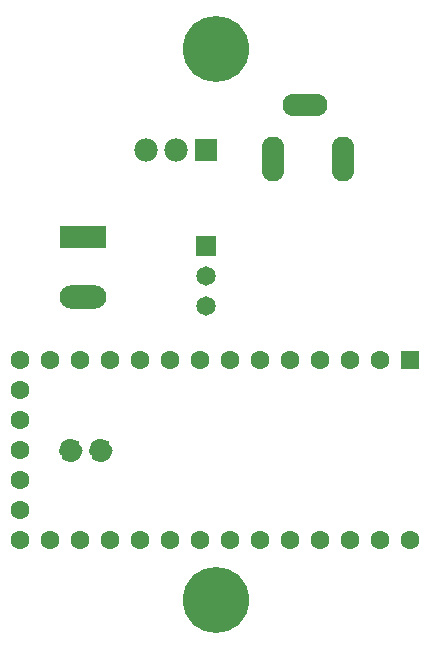
<source format=gbr>
%TF.GenerationSoftware,KiCad,Pcbnew,(5.1.8-0-10_14)*%
%TF.CreationDate,2020-12-27T09:30:55+11:00*%
%TF.ProjectId,Open-JIP(KiCad)_T3.2,4f70656e-2d4a-4495-9028-4b6943616429,rev?*%
%TF.SameCoordinates,Original*%
%TF.FileFunction,Soldermask,Bot*%
%TF.FilePolarity,Negative*%
%FSLAX46Y46*%
G04 Gerber Fmt 4.6, Leading zero omitted, Abs format (unit mm)*
G04 Created by KiCad (PCBNEW (5.1.8-0-10_14)) date 2020-12-27 09:30:55*
%MOMM*%
%LPD*%
G01*
G04 APERTURE LIST*
%ADD10C,1.000000*%
%ADD11C,5.600000*%
%ADD12C,1.600000*%
%ADD13R,1.600000X1.600000*%
%ADD14R,1.651000X1.651000*%
%ADD15C,1.651000*%
%ADD16O,3.800000X1.900000*%
%ADD17O,1.900000X3.800000*%
%ADD18R,3.960000X1.980000*%
%ADD19O,3.960000X1.980000*%
%ADD20R,1.980000X1.980000*%
%ADD21C,1.980000*%
G04 APERTURE END LIST*
D10*
%TO.C,D1*%
X110736000Y-64008000D02*
G75*
G03*
X110736000Y-64008000I-500000J0D01*
G01*
X108196000Y-64008000D02*
G75*
G03*
X108196000Y-64008000I-500000J0D01*
G01*
%TD*%
D11*
%TO.C,REF\u002A\u002A*%
X120000000Y-76708000D03*
%TD*%
%TO.C,REF\u002A\u002A*%
X120000000Y-30000000D03*
%TD*%
D12*
%TO.C,U5*%
X103378000Y-64008000D03*
X103378000Y-66548000D03*
X103378000Y-69088000D03*
X103378000Y-71628000D03*
X103378000Y-61468000D03*
X103378000Y-58928000D03*
X103378000Y-56388000D03*
X105918000Y-71628000D03*
X108458000Y-71628000D03*
X110998000Y-71628000D03*
X113538000Y-71628000D03*
X116078000Y-71628000D03*
X118618000Y-71628000D03*
X121158000Y-71628000D03*
X123698000Y-71628000D03*
X126238000Y-71628000D03*
X128778000Y-71628000D03*
X131318000Y-71628000D03*
X133858000Y-71628000D03*
X136398000Y-71628000D03*
X105918000Y-56388000D03*
X108458000Y-56388000D03*
X110998000Y-56388000D03*
X113538000Y-56388000D03*
X116078000Y-56388000D03*
X118618000Y-56388000D03*
X121158000Y-56388000D03*
X123698000Y-56388000D03*
X126238000Y-56388000D03*
X128778000Y-56388000D03*
X131318000Y-56388000D03*
X133858000Y-56388000D03*
D13*
X136398000Y-56388000D03*
%TD*%
D14*
%TO.C,CR1*%
X119126000Y-46736000D03*
D15*
X119126000Y-49276000D03*
X119126000Y-51816000D03*
%TD*%
D16*
%TO.C,J1*%
X127508000Y-34720000D03*
D17*
X130758000Y-39370000D03*
X124828000Y-39370000D03*
%TD*%
D18*
%TO.C,J2*%
X108712000Y-45974000D03*
D19*
X108712000Y-50974000D03*
%TD*%
D20*
%TO.C,U2*%
X119126000Y-38608000D03*
D21*
X116586000Y-38608000D03*
X114046000Y-38608000D03*
%TD*%
M02*

</source>
